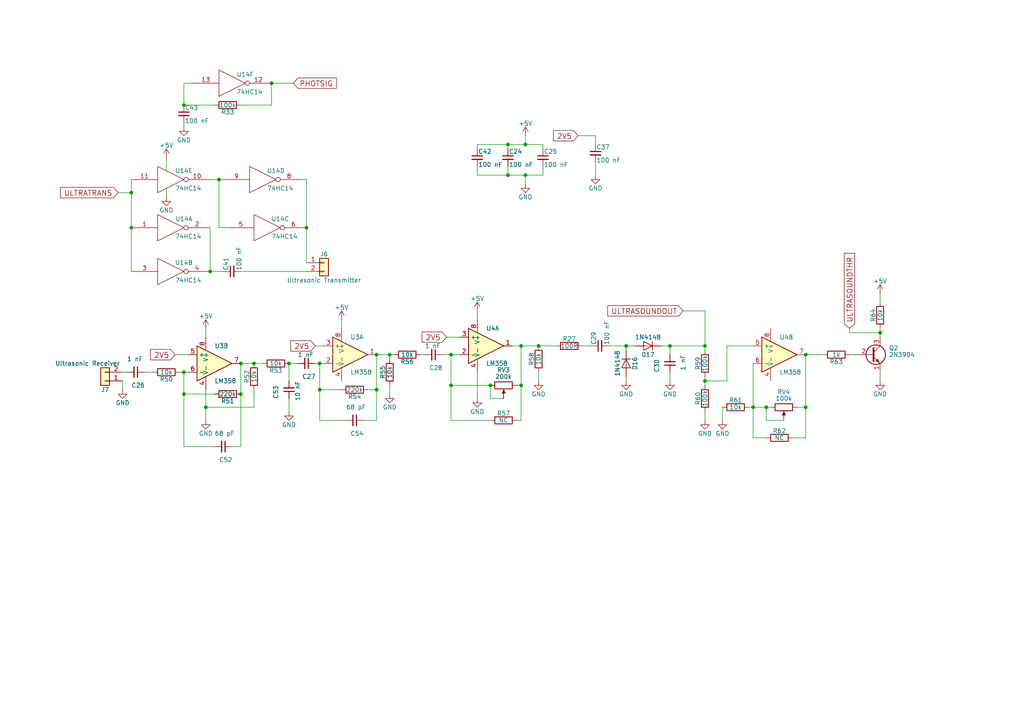
<source format=kicad_sch>
(kicad_sch (version 20230121) (generator eeschema)
  (paper "A4")
  (lib_symbols
    (symbol "ControlBoard-rescue:+5V" (power) (pin_names (offset 0))
      (property "Value" "+5V" (at 0 3.556 0))
      (symbol "+5V_0_1"
        (polyline (pts (xy -0.762 1.27) (xy 0 2.54)))
        (polyline (pts (xy 0 0) (xy 0 2.54)))
        (polyline (pts (xy 0 2.54) (xy 0.762 1.27)))
      )
      (symbol "+5V_1_1"
        (pin power_in line (at 0 0 90) (length 0) hide (name "+5V") (number "1"))
      )
    )
    (symbol "ControlBoard-rescue:2N3904" (pin_names (offset 0) hide)
      (property "Reference" "Q" (at 5.08 1.905 0))
      (property "Value" "2N3904" (at 5.08 0 0))
      (symbol "2N3904_0_1"
        (polyline (pts (xy 0.635 0.635) (xy 2.54 2.54)))
        (polyline (pts (xy 0.635 -0.635) (xy 2.54 -2.54) (xy 2.54 -2.54)))
        (polyline (pts (xy 0.635 1.905) (xy 0.635 -1.905) (xy 0.635 -1.905)) (stroke (width 0.508)))
        (polyline (pts (xy 1.27 -1.778) (xy 1.778 -1.27) (xy 2.286 -2.286) (xy 1.27 -1.778) (xy 1.27 -1.778)) (fill (type outline)))
        (circle (center 1.27 0) (radius 2.8194) (stroke (width 0.254)))
      )
      (symbol "2N3904_1_1"
        (pin passive line (at 2.54 -5.08 90) (length 2.54) (name "E") (number "1"))
        (pin passive line (at -5.08 0 0) (length 5.715) (name "B") (number "2"))
        (pin passive line (at 2.54 5.08 270) (length 2.54) (name "C") (number "3"))
      )
    )
    (symbol "ControlBoard-rescue:74HC14" (pin_names (offset 0.762))
      (property "Reference" "U" (at 3.81 2.54 0))
      (property "Value" "74HC14" (at 5.08 -2.54 0))
      (symbol "74HC14_0_0"
        (polyline (pts (xy -3.81 3.81) (xy -3.81 -3.81) (xy 3.81 0) (xy -3.81 3.81)))
        (pin power_in line (at -1.27 2.54 270) (length 0) hide (name "VCC") (number "14"))
        (pin power_in line (at -1.27 -2.54 90) (length 0) hide (name "GND") (number "7"))
      )
      (symbol "74HC14_1_1"
        (pin input line (at -11.43 0 0) (length 7.62) (name "~") (number "1"))
        (pin output inverted (at 11.43 0 180) (length 7.62) (name "~") (number "2"))
      )
      (symbol "74HC14_1_2"
        (pin input inverted (at -11.43 0 0) (length 7.62) (name "~") (number "1"))
        (pin output line (at 11.43 0 180) (length 7.62) (name "~") (number "2"))
      )
      (symbol "74HC14_2_1"
        (pin input line (at -11.43 0 0) (length 7.62) (name "~") (number "3"))
        (pin output inverted (at 11.43 0 180) (length 7.62) (name "~") (number "4"))
      )
      (symbol "74HC14_2_2"
        (pin input inverted (at -11.43 0 0) (length 7.62) (name "~") (number "3"))
        (pin output line (at 11.43 0 180) (length 7.62) (name "~") (number "4"))
      )
      (symbol "74HC14_3_1"
        (pin input line (at -11.43 0 0) (length 7.62) (name "~") (number "5"))
        (pin output inverted (at 11.43 0 180) (length 7.62) (name "~") (number "6"))
      )
      (symbol "74HC14_3_2"
        (pin input inverted (at -11.43 0 0) (length 7.62) (name "~") (number "5"))
        (pin output line (at 11.43 0 180) (length 7.62) (name "~") (number "6"))
      )
      (symbol "74HC14_4_1"
        (pin output inverted (at 11.43 0 180) (length 7.62) (name "~") (number "8"))
        (pin input line (at -11.43 0 0) (length 7.62) (name "~") (number "9"))
      )
      (symbol "74HC14_4_2"
        (pin output line (at 11.43 0 180) (length 7.62) (name "~") (number "8"))
        (pin input inverted (at -11.43 0 0) (length 7.62) (name "~") (number "9"))
      )
      (symbol "74HC14_5_1"
        (pin output inverted (at 11.43 0 180) (length 7.62) (name "~") (number "10"))
        (pin input line (at -11.43 0 0) (length 7.62) (name "~") (number "11"))
      )
      (symbol "74HC14_5_2"
        (pin output line (at 11.43 0 180) (length 7.62) (name "~") (number "10"))
        (pin input inverted (at -11.43 0 0) (length 7.62) (name "~") (number "11"))
      )
      (symbol "74HC14_6_1"
        (pin output inverted (at 11.43 0 180) (length 7.62) (name "~") (number "12"))
        (pin input line (at -11.43 0 0) (length 7.62) (name "~") (number "13"))
      )
      (symbol "74HC14_6_2"
        (pin output line (at 11.43 0 180) (length 7.62) (name "~") (number "12"))
        (pin input inverted (at -11.43 0 0) (length 7.62) (name "~") (number "13"))
      )
    )
    (symbol "ControlBoard-rescue:C_Small" (pin_numbers hide) (pin_names (offset 0.254) hide)
      (property "Reference" "C" (at 0.254 1.778 0))
      (property "Value" "C_Small" (at 0.254 -2.032 0))
      (symbol "C_Small_0_1"
        (polyline (pts (xy -1.524 -0.508) (xy 1.524 -0.508)) (stroke (width 0.3302)))
        (polyline (pts (xy -1.524 0.508) (xy 1.524 0.508)) (stroke (width 0.3048)))
      )
      (symbol "C_Small_1_1"
        (pin passive line (at 0 2.54 270) (length 2.032) (name "~") (number "1"))
        (pin passive line (at 0 -2.54 90) (length 2.032) (name "~") (number "2"))
      )
    )
    (symbol "ControlBoard-rescue:Conn_01x02" (pin_names (offset 1.016) hide)
      (property "Reference" "J" (at 0 2.54 0))
      (property "Value" "Conn_01x02" (at 0 -5.08 0))
      (symbol "Conn_01x02_1_1"
        (rectangle (start -1.27 -2.413) (end 0 -2.667) (stroke (width 0.1524)))
        (rectangle (start -1.27 0.127) (end 0 -0.127) (stroke (width 0.1524)))
        (rectangle (start -1.27 1.27) (end 1.27 -3.81) (stroke (width 0.254)) (fill (type background)))
        (pin passive line (at -5.08 0 0) (length 3.81) (name "Pin_1") (number "1"))
        (pin passive line (at -5.08 -2.54 0) (length 3.81) (name "Pin_2") (number "2"))
      )
    )
    (symbol "ControlBoard-rescue:D" (pin_numbers hide) (pin_names (offset 1.016) hide)
      (property "Reference" "D" (at 0 2.54 0))
      (property "Value" "D" (at 0 -2.54 0))
      (symbol "D_0_1"
        (polyline (pts (xy -1.27 1.27) (xy -1.27 -1.27)) (stroke (width 0.2032)))
        (polyline (pts (xy 1.27 0) (xy -1.27 0)))
        (polyline (pts (xy 1.27 1.27) (xy 1.27 -1.27) (xy -1.27 0) (xy 1.27 1.27)) (stroke (width 0.2032)))
      )
      (symbol "D_1_1"
        (pin passive line (at -3.81 0 0) (length 2.54) (name "K") (number "1"))
        (pin passive line (at 3.81 0 180) (length 2.54) (name "A") (number "2"))
      )
    )
    (symbol "ControlBoard-rescue:GND" (power) (pin_names (offset 0))
      (property "Value" "GND" (at 0 -3.81 0))
      (symbol "GND_0_1"
        (polyline (pts (xy 0 0) (xy 0 -1.27) (xy 1.27 -1.27) (xy 0 -2.54) (xy -1.27 -1.27) (xy 0 -1.27)))
      )
      (symbol "GND_1_1"
        (pin power_in line (at 0 0 270) (length 0) hide (name "GND") (number "1"))
      )
    )
    (symbol "ControlBoard-rescue:LM358"
      (property "Reference" "U" (at 0 5.08 0))
      (property "Value" "LM358" (at 0 -5.08 0))
      (symbol "LM358_0_1"
        (polyline (pts (xy -5.08 5.08) (xy 5.08 0) (xy -5.08 -5.08) (xy -5.08 5.08)) (stroke (width 0.254)) (fill (type background)))
        (pin power_in line (at -2.54 -7.62 90) (length 3.81) (name "V-") (number "4"))
        (pin power_in line (at -2.54 7.62 270) (length 3.81) (name "V+") (number "8"))
      )
      (symbol "LM358_1_1"
        (pin output line (at 7.62 0 180) (length 2.54) (name "~") (number "1"))
        (pin input line (at -7.62 -2.54 0) (length 2.54) (name "-") (number "2"))
        (pin input line (at -7.62 2.54 0) (length 2.54) (name "+") (number "3"))
      )
      (symbol "LM358_2_1"
        (pin input line (at -7.62 2.54 0) (length 2.54) (name "+") (number "5"))
        (pin input line (at -7.62 -2.54 0) (length 2.54) (name "-") (number "6"))
        (pin output line (at 7.62 0 180) (length 2.54) (name "~") (number "7"))
      )
    )
    (symbol "ControlBoard-rescue:POT" (pin_numbers hide) (pin_names (offset 1.016) hide)
      (property "Reference" "RV" (at -4.445 0 90))
      (property "Value" "POT" (at -2.54 0 90))
      (symbol "POT_0_1"
        (polyline (pts (xy 2.54 0) (xy 1.524 0)))
        (polyline (pts (xy 1.143 0) (xy 2.286 0.508) (xy 2.286 -0.508)) (fill (type outline)))
        (rectangle (start 1.016 2.54) (end -1.016 -2.54) (stroke (width 0.254)))
      )
      (symbol "POT_1_1"
        (pin passive line (at 0 3.81 270) (length 1.27) (name "1") (number "1"))
        (pin passive line (at 3.81 0 180) (length 1.27) (name "2") (number "2"))
        (pin passive line (at 0 -3.81 90) (length 1.27) (name "3") (number "3"))
      )
    )
    (symbol "ControlBoard-rescue:R" (pin_numbers hide) (pin_names (offset 0))
      (property "Reference" "R" (at 2.032 0 90))
      (property "Value" "R" (at 0 0 90))
      (symbol "R_0_1"
        (rectangle (start -1.016 -2.54) (end 1.016 2.54) (stroke (width 0.254)))
      )
      (symbol "R_1_1"
        (pin passive line (at 0 3.81 270) (length 1.27) (name "~") (number "1"))
        (pin passive line (at 0 -3.81 90) (length 1.27) (name "~") (number "2"))
      )
    )
  )
  (junction (at 83.82 105.41))
  (junction (at 204.47 110.49))
  (junction (at 109.22 102.87))
  (junction (at 109.22 113.03))
  (junction (at 147.32 41.91))
  (junction (at 151.13 111.76))
  (junction (at 222.25 118.11))
  (junction (at 156.21 100.33))
  (junction (at 53.34 114.3))
  (junction (at 130.81 111.76))
  (junction (at 63.5 52.07))
  (junction (at 181.61 100.33))
  (junction (at 78.74 24.13))
  (junction (at 60.96 78.74))
  (junction (at 69.85 105.41))
  (junction (at 92.71 113.03))
  (junction (at 92.71 105.41))
  (junction (at 255.27 96.52))
  (junction (at 113.03 102.87))
  (junction (at 152.4 50.8))
  (junction (at 151.13 100.33))
  (junction (at 233.68 102.87))
  (junction (at 88.9 66.04))
  (junction (at 142.24 111.76))
  (junction (at 147.32 50.8))
  (junction (at 53.34 30.48))
  (junction (at 38.1 66.04))
  (junction (at 59.69 118.11))
  (junction (at 73.66 105.41))
  (junction (at 152.4 41.91))
  (junction (at 233.68 118.11))
  (junction (at 69.85 114.3))
  (junction (at 194.31 100.33))
  (junction (at 204.47 100.33))
  (junction (at 218.44 118.11))
  (junction (at 38.1 55.88))
  (junction (at 53.34 107.95))
  (junction (at 130.81 102.87))
  (wire (pts (xy 152.4 39.37) (xy 152.4 41.91)))
  (wire (pts (xy 63.5 52.07) (xy 64.77 52.07)))
  (wire (pts (xy 41.91 107.95) (xy 44.45 107.95)))
  (wire (pts (xy 176.53 100.33) (xy 181.61 100.33)))
  (wire (pts (xy 217.17 118.11) (xy 218.44 118.11)))
  (wire (pts (xy 53.34 107.95) (xy 53.34 114.3)))
  (wire (pts (xy 218.44 127) (xy 222.25 127)))
  (wire (pts (xy 63.5 66.04) (xy 63.5 52.07)))
  (wire (pts (xy 60.96 78.74) (xy 60.96 66.04)))
  (wire (pts (xy 69.85 129.54) (xy 67.31 129.54)))
  (wire (pts (xy 171.45 100.33) (xy 168.91 100.33)))
  (wire (pts (xy 130.81 102.87) (xy 130.81 111.76)))
  (wire (pts (xy 88.9 52.07) (xy 88.9 66.04)))
  (wire (pts (xy 147.32 48.26) (xy 147.32 50.8)))
  (wire (pts (xy 113.03 114.3) (xy 113.03 111.76)))
  (wire (pts (xy 59.69 118.11) (xy 59.69 121.92)))
  (wire (pts (xy 210.82 110.49) (xy 210.82 100.33)))
  (wire (pts (xy 148.59 100.33) (xy 151.13 100.33)))
  (wire (pts (xy 52.07 107.95) (xy 53.34 107.95)))
  (wire (pts (xy 151.13 111.76) (xy 151.13 121.92)))
  (wire (pts (xy 255.27 85.09) (xy 255.27 87.63)))
  (wire (pts (xy 138.43 50.8) (xy 147.32 50.8)))
  (wire (pts (xy 151.13 100.33) (xy 151.13 111.76)))
  (wire (pts (xy 62.23 114.3) (xy 53.34 114.3)))
  (wire (pts (xy 85.09 24.13) (xy 78.74 24.13)))
  (wire (pts (xy 60.96 52.07) (xy 63.5 52.07)))
  (wire (pts (xy 109.22 113.03) (xy 106.68 113.03)))
  (wire (pts (xy 36.83 107.95) (xy 35.56 107.95)))
  (wire (pts (xy 222.25 118.11) (xy 223.52 118.11)))
  (wire (pts (xy 83.82 105.41) (xy 86.36 105.41)))
  (wire (pts (xy 210.82 100.33) (xy 218.44 100.33)))
  (wire (pts (xy 204.47 109.22) (xy 204.47 110.49)))
  (wire (pts (xy 130.81 102.87) (xy 133.35 102.87)))
  (wire (pts (xy 191.77 100.33) (xy 194.31 100.33)))
  (wire (pts (xy 204.47 90.17) (xy 204.47 100.33)))
  (wire (pts (xy 233.68 118.11) (xy 233.68 127)))
  (wire (pts (xy 194.31 110.49) (xy 194.31 107.95)))
  (wire (pts (xy 60.96 78.74) (xy 64.77 78.74)))
  (wire (pts (xy 59.69 113.03) (xy 59.69 118.11)))
  (wire (pts (xy 88.9 52.07) (xy 87.63 52.07)))
  (wire (pts (xy 152.4 41.91) (xy 157.48 41.91)))
  (wire (pts (xy 152.4 53.34) (xy 152.4 50.8)))
  (wire (pts (xy 227.33 121.92) (xy 222.25 121.92)))
  (wire (pts (xy 247.65 102.87) (xy 246.38 102.87)))
  (wire (pts (xy 147.32 41.91) (xy 147.32 43.18)))
  (wire (pts (xy 88.9 66.04) (xy 88.9 76.2)))
  (wire (pts (xy 238.76 102.87) (xy 233.68 102.87)))
  (wire (pts (xy 73.66 118.11) (xy 59.69 118.11)))
  (wire (pts (xy 255.27 96.52) (xy 246.38 96.52)))
  (wire (pts (xy 92.71 105.41) (xy 92.71 113.03)))
  (wire (pts (xy 151.13 111.76) (xy 149.86 111.76)))
  (wire (pts (xy 172.72 41.91) (xy 172.72 39.37)))
  (wire (pts (xy 69.85 105.41) (xy 69.85 114.3)))
  (wire (pts (xy 138.43 107.95) (xy 138.43 115.57)))
  (wire (pts (xy 204.47 110.49) (xy 210.82 110.49)))
  (wire (pts (xy 73.66 113.03) (xy 73.66 118.11)))
  (wire (pts (xy 99.06 92.71) (xy 99.06 95.25)))
  (wire (pts (xy 151.13 121.92) (xy 149.86 121.92)))
  (wire (pts (xy 59.69 97.79) (xy 59.69 95.25)))
  (wire (pts (xy 138.43 41.91) (xy 147.32 41.91)))
  (wire (pts (xy 204.47 100.33) (xy 204.47 101.6)))
  (wire (pts (xy 91.44 100.33) (xy 93.98 100.33)))
  (wire (pts (xy 172.72 39.37) (xy 167.64 39.37)))
  (wire (pts (xy 113.03 102.87) (xy 114.3 102.87)))
  (wire (pts (xy 142.24 115.57) (xy 142.24 111.76)))
  (wire (pts (xy 128.27 102.87) (xy 130.81 102.87)))
  (wire (pts (xy 130.81 111.76) (xy 130.81 121.92)))
  (wire (pts (xy 92.71 105.41) (xy 93.98 105.41)))
  (wire (pts (xy 48.26 54.61) (xy 48.26 57.15)))
  (wire (pts (xy 233.68 118.11) (xy 231.14 118.11)))
  (wire (pts (xy 109.22 102.87) (xy 113.03 102.87)))
  (wire (pts (xy 255.27 110.49) (xy 255.27 107.95)))
  (wire (pts (xy 138.43 90.17) (xy 138.43 92.71)))
  (wire (pts (xy 35.56 113.03) (xy 35.56 110.49)))
  (wire (pts (xy 109.22 121.92) (xy 105.41 121.92)))
  (wire (pts (xy 133.35 97.79) (xy 129.54 97.79)))
  (wire (pts (xy 69.85 114.3) (xy 69.85 129.54)))
  (wire (pts (xy 130.81 121.92) (xy 142.24 121.92)))
  (wire (pts (xy 147.32 41.91) (xy 152.4 41.91)))
  (wire (pts (xy 53.34 107.95) (xy 54.61 107.95)))
  (wire (pts (xy 78.74 24.13) (xy 78.74 30.48)))
  (wire (pts (xy 204.47 119.38) (xy 204.47 121.92)))
  (wire (pts (xy 147.32 50.8) (xy 152.4 50.8)))
  (wire (pts (xy 92.71 113.03) (xy 92.71 121.92)))
  (wire (pts (xy 63.5 66.04) (xy 66.04 66.04)))
  (wire (pts (xy 83.82 110.49) (xy 83.82 105.41)))
  (wire (pts (xy 156.21 110.49) (xy 156.21 107.95)))
  (wire (pts (xy 209.55 121.92) (xy 209.55 118.11)))
  (wire (pts (xy 88.9 78.74) (xy 69.85 78.74)))
  (wire (pts (xy 53.34 30.48) (xy 53.34 24.13)))
  (wire (pts (xy 218.44 118.11) (xy 222.25 118.11)))
  (wire (pts (xy 157.48 41.91) (xy 157.48 43.18)))
  (wire (pts (xy 194.31 100.33) (xy 204.47 100.33)))
  (wire (pts (xy 38.1 66.04) (xy 38.1 78.74)))
  (wire (pts (xy 53.34 114.3) (xy 53.34 129.54)))
  (wire (pts (xy 156.21 100.33) (xy 161.29 100.33)))
  (wire (pts (xy 222.25 121.92) (xy 222.25 118.11)))
  (wire (pts (xy 198.12 90.17) (xy 204.47 90.17)))
  (wire (pts (xy 218.44 105.41) (xy 218.44 118.11)))
  (wire (pts (xy 255.27 96.52) (xy 255.27 97.79)))
  (wire (pts (xy 181.61 110.49) (xy 181.61 109.22)))
  (wire (pts (xy 152.4 50.8) (xy 157.48 50.8)))
  (wire (pts (xy 246.38 96.52) (xy 246.38 95.25)))
  (wire (pts (xy 53.34 129.54) (xy 62.23 129.54)))
  (wire (pts (xy 109.22 102.87) (xy 109.22 113.03)))
  (wire (pts (xy 157.48 50.8) (xy 157.48 48.26)))
  (wire (pts (xy 73.66 105.41) (xy 76.2 105.41)))
  (wire (pts (xy 181.61 100.33) (xy 184.15 100.33)))
  (wire (pts (xy 38.1 55.88) (xy 38.1 66.04)))
  (wire (pts (xy 38.1 55.88) (xy 34.29 55.88)))
  (wire (pts (xy 38.1 52.07) (xy 38.1 55.88)))
  (wire (pts (xy 69.85 105.41) (xy 73.66 105.41)))
  (wire (pts (xy 92.71 121.92) (xy 100.33 121.92)))
  (wire (pts (xy 181.61 100.33) (xy 181.61 101.6)))
  (wire (pts (xy 138.43 43.18) (xy 138.43 41.91)))
  (wire (pts (xy 83.82 119.38) (xy 83.82 115.57)))
  (wire (pts (xy 218.44 118.11) (xy 218.44 127)))
  (wire (pts (xy 109.22 113.03) (xy 109.22 121.92)))
  (wire (pts (xy 123.19 102.87) (xy 121.92 102.87)))
  (wire (pts (xy 255.27 95.25) (xy 255.27 96.52)))
  (wire (pts (xy 233.68 127) (xy 229.87 127)))
  (wire (pts (xy 194.31 100.33) (xy 194.31 102.87)))
  (wire (pts (xy 146.05 115.57) (xy 142.24 115.57)))
  (wire (pts (xy 142.24 111.76) (xy 130.81 111.76)))
  (wire (pts (xy 138.43 48.26) (xy 138.43 50.8)))
  (wire (pts (xy 172.72 50.8) (xy 172.72 46.99)))
  (wire (pts (xy 53.34 24.13) (xy 55.88 24.13)))
  (wire (pts (xy 78.74 30.48) (xy 69.85 30.48)))
  (wire (pts (xy 204.47 110.49) (xy 204.47 111.76)))
  (wire (pts (xy 50.8 102.87) (xy 54.61 102.87)))
  (wire (pts (xy 48.26 45.72) (xy 48.26 49.53)))
  (wire (pts (xy 62.23 30.48) (xy 53.34 30.48)))
  (wire (pts (xy 233.68 102.87) (xy 233.68 118.11)))
  (wire (pts (xy 53.34 36.83) (xy 53.34 35.56)))
  (wire (pts (xy 91.44 105.41) (xy 92.71 105.41)))
  (wire (pts (xy 92.71 113.03) (xy 99.06 113.03)))
  (wire (pts (xy 151.13 100.33) (xy 156.21 100.33)))
  (wire (pts (xy 113.03 104.14) (xy 113.03 102.87)))
  (global_label "2V5" (shape input) (at 50.8 102.87 180) (effects (font (size 1.524 1.524))) (property "Intersheetrefs" "${INTERSHEET_REFS}" (effects hide)))
  (global_label "ULTRATRANS" (shape input) (at 34.29 55.88 180) (effects (font (size 1.524 1.524))) (property "Intersheetrefs" "${INTERSHEET_REFS}" (effects hide)))
  (global_label "2V5" (shape input) (at 167.64 39.37 180) (effects (font (size 1.524 1.524))) (property "Intersheetrefs" "${INTERSHEET_REFS}" (effects hide)))
  (global_label "2V5" (shape input) (at 91.44 100.33 180) (effects (font (size 1.524 1.524))) (property "Intersheetrefs" "${INTERSHEET_REFS}" (effects hide)))
  (global_label "ULTRASOUNDTHR" (shape input) (at 246.38 95.25 90) (effects (font (size 1.524 1.524))) (property "Intersheetrefs" "${INTERSHEET_REFS}" (effects hide)))
  (global_label "PHOTSIG" (shape input) (at 85.09 24.13 0) (effects (font (size 1.524 1.524))) (property "Intersheetrefs" "${INTERSHEET_REFS}" (effects hide)))
  (global_label "ULTRASOUNDOUT" (shape input) (at 198.12 90.17 180) (effects (font (size 1.524 1.524))) (property "Intersheetrefs" "${INTERSHEET_REFS}" (effects hide)))
  (global_label "2V5" (shape input) (at 129.54 97.79 180) (effects (font (size 1.524 1.524))) (property "Intersheetrefs" "${INTERSHEET_REFS}" (effects hide)))
  (symbol (lib_id "ControlBoard-rescue:C_Small") (at 172.72 44.45 0) (unit 1)
    (property "Reference" "C37" (at 172.974 42.672 0) (effects (justify left)))
    (property "Value" "100 nF" (at 172.974 46.482 0) (effects (justify left)))
    (property "Footprint" "Capacitors_THT:C_Disc_D5.0mm_W2.5mm_P2.50mm" (effects hide))
  )
  (symbol (lib_id "ControlBoard-rescue:GND") (at 172.72 50.8 0) (unit 1)
    (property "Reference" "#PWR0106" (effects hide))
    (property "Value" "GND" (at 172.72 54.61 0))
  )
  (symbol (lib_id "ControlBoard-rescue:R") (at 165.1 100.33 90) (unit 1)
    (property "Reference" "R27" (at 165.1 98.298 90))
    (property "Value" "100R" (at 165.1 100.33 90))
    (property "Footprint" "Resistors_THT:R_Axial_DIN0207_L6.3mm_D2.5mm_P7.62mm_Horizontal" (effects hide))
  )
  (symbol (lib_id "ControlBoard-rescue:Conn_01x02") (at 93.98 76.2 0) (unit 1)
    (property "Reference" "J6" (at 93.98 73.66 0))
    (property "Value" "Ultrasonic Transmitter" (at 93.98 81.28 0))
    (property "Footprint" "Connectors_Terminal_Blocks:TerminalBlock_bornier-2_P5.08mm" (effects hide))
  )
  (symbol (lib_id "ControlBoard-rescue:Conn_01x02") (at 30.48 110.49 180) (unit 1)
    (property "Reference" "J7" (at 30.48 113.03 0))
    (property "Value" "Ultrasonic Receiver" (at 25.4 105.41 0))
    (property "Footprint" "Connectors_Terminal_Blocks:TerminalBlock_bornier-2_P5.08mm" (effects hide))
  )
  (symbol (lib_id "ControlBoard-rescue:LM358") (at 62.23 105.41 0) (unit 2)
    (property "Reference" "U3" (at 62.23 100.33 0) (effects (justify left)))
    (property "Value" "LM358" (at 62.23 110.49 0) (effects (justify left)))
    (property "Footprint" "Housings_DIP:DIP-8_W7.62mm_Socket" (effects hide))
  )
  (symbol (lib_id "ControlBoard-rescue:+5V") (at 59.69 95.25 0) (unit 1)
    (property "Reference" "#PWR096" (effects hide))
    (property "Value" "+5V" (at 59.69 91.694 0))
  )
  (symbol (lib_id "ControlBoard-rescue:GND") (at 59.69 121.92 0) (unit 1)
    (property "Reference" "#PWR097" (effects hide))
    (property "Value" "GND" (at 59.69 125.73 0))
  )
  (symbol (lib_id "ControlBoard-rescue:C_Small") (at 147.32 45.72 0) (unit 1)
    (property "Reference" "C24" (at 147.574 43.942 0) (effects (justify left)))
    (property "Value" "100 nF" (at 147.574 47.752 0) (effects (justify left)))
    (property "Footprint" "Capacitors_THT:C_Disc_D5.0mm_W2.5mm_P2.50mm" (effects hide))
  )
  (symbol (lib_id "ControlBoard-rescue:GND") (at 35.56 113.03 0) (unit 1)
    (property "Reference" "#PWR092" (effects hide))
    (property "Value" "GND" (at 35.56 116.84 0))
  )
  (symbol (lib_id "ControlBoard-rescue:C_Small") (at 39.37 107.95 270) (unit 1)
    (property "Reference" "C26" (at 38.1 111.76 90) (effects (justify left)))
    (property "Value" "1 nF" (at 36.83 104.14 90) (effects (justify left)))
    (property "Footprint" "Capacitors_THT:C_Disc_D5.0mm_W2.5mm_P5.00mm" (effects hide))
  )
  (symbol (lib_id "ControlBoard-rescue:R") (at 48.26 107.95 270) (unit 1)
    (property "Reference" "R50" (at 48.26 109.982 90))
    (property "Value" "10k" (at 48.26 107.95 90))
    (property "Footprint" "Resistors_THT:R_Axial_DIN0207_L6.3mm_D2.5mm_P7.62mm_Horizontal" (effects hide))
  )
  (symbol (lib_id "ControlBoard-rescue:R") (at 66.04 114.3 270) (unit 1)
    (property "Reference" "R51" (at 66.04 116.332 90))
    (property "Value" "220k" (at 66.04 114.3 90))
    (property "Footprint" "Resistors_THT:R_Axial_DIN0207_L6.3mm_D2.5mm_P7.62mm_Horizontal" (effects hide))
  )
  (symbol (lib_id "ControlBoard-rescue:C_Small") (at 157.48 45.72 0) (unit 1)
    (property "Reference" "C25" (at 157.734 43.942 0) (effects (justify left)))
    (property "Value" "100 nF" (at 157.734 47.752 0) (effects (justify left)))
    (property "Footprint" "Capacitors_THT:C_Disc_D5.0mm_W2.5mm_P2.50mm" (effects hide))
  )
  (symbol (lib_id "ControlBoard-rescue:+5V") (at 152.4 39.37 0) (unit 1)
    (property "Reference" "#PWR0103" (effects hide))
    (property "Value" "+5V" (at 152.4 35.814 0))
  )
  (symbol (lib_id "ControlBoard-rescue:GND") (at 152.4 53.34 0) (unit 1)
    (property "Reference" "#PWR0104" (effects hide))
    (property "Value" "GND" (at 152.4 57.15 0))
  )
  (symbol (lib_id "ControlBoard-rescue:LM358") (at 101.6 102.87 0) (unit 1)
    (property "Reference" "U3" (at 101.6 97.79 0) (effects (justify left)))
    (property "Value" "LM358" (at 101.6 107.95 0) (effects (justify left)))
    (property "Footprint" "Housings_DIP:DIP-8_W7.62mm_Socket" (effects hide))
  )
  (symbol (lib_id "ControlBoard-rescue:R") (at 73.66 109.22 180) (unit 1)
    (property "Reference" "R52" (at 71.628 109.22 90))
    (property "Value" "10k" (at 73.66 109.22 90))
    (property "Footprint" "Resistors_THT:R_Axial_DIN0207_L6.3mm_D2.5mm_P7.62mm_Horizontal" (effects hide))
  )
  (symbol (lib_id "ControlBoard-rescue:C_Small") (at 88.9 105.41 270) (unit 1)
    (property "Reference" "C27" (at 87.63 109.22 90) (effects (justify left)))
    (property "Value" "1 nF" (at 86.36 102.87 90) (effects (justify left)))
    (property "Footprint" "Capacitors_THT:C_Disc_D5.0mm_W2.5mm_P5.00mm" (effects hide))
  )
  (symbol (lib_id "ControlBoard-rescue:R") (at 80.01 105.41 270) (unit 1)
    (property "Reference" "R53" (at 80.01 107.442 90))
    (property "Value" "10k" (at 80.01 105.41 90))
    (property "Footprint" "Resistors_THT:R_Axial_DIN0207_L6.3mm_D2.5mm_P7.62mm_Horizontal" (effects hide))
  )
  (symbol (lib_id "ControlBoard-rescue:+5V") (at 99.06 92.71 0) (unit 1)
    (property "Reference" "#PWR099" (effects hide))
    (property "Value" "+5V" (at 99.06 89.154 0))
  )
  (symbol (lib_id "ControlBoard-rescue:R") (at 102.87 113.03 270) (unit 1)
    (property "Reference" "R54" (at 102.87 115.062 90))
    (property "Value" "220k" (at 102.87 113.03 90))
    (property "Footprint" "Resistors_THT:R_Axial_DIN0207_L6.3mm_D2.5mm_P7.62mm_Horizontal" (effects hide))
  )
  (symbol (lib_id "ControlBoard-rescue:LM358") (at 140.97 100.33 0) (unit 1)
    (property "Reference" "U4" (at 140.97 95.25 0) (effects (justify left)))
    (property "Value" "LM358" (at 140.97 105.41 0) (effects (justify left)))
    (property "Footprint" "Housings_DIP:DIP-8_W7.62mm_Socket" (effects hide))
  )
  (symbol (lib_id "ControlBoard-rescue:+5V") (at 138.43 90.17 0) (unit 1)
    (property "Reference" "#PWR0101" (effects hide))
    (property "Value" "+5V" (at 138.43 86.614 0))
  )
  (symbol (lib_id "ControlBoard-rescue:C_Small") (at 125.73 102.87 270) (unit 1)
    (property "Reference" "C28" (at 124.46 106.68 90) (effects (justify left)))
    (property "Value" "1 nF" (at 123.19 100.33 90) (effects (justify left)))
    (property "Footprint" "Capacitors_THT:C_Disc_D5.0mm_W2.5mm_P5.00mm" (effects hide))
  )
  (symbol (lib_id "ControlBoard-rescue:R") (at 118.11 102.87 270) (unit 1)
    (property "Reference" "R56" (at 118.11 104.902 90))
    (property "Value" "10k" (at 118.11 102.87 90))
    (property "Footprint" "Resistors_THT:R_Axial_DIN0207_L6.3mm_D2.5mm_P7.62mm_Horizontal" (effects hide))
  )
  (symbol (lib_id "ControlBoard-rescue:POT") (at 146.05 111.76 270) (unit 1)
    (property "Reference" "RV3" (at 146.05 107.315 90))
    (property "Value" "200k" (at 146.05 109.22 90))
    (property "Footprint" "Potentiometers:Potentiometer_Trimmer_Bourns_3296W" (effects hide))
  )
  (symbol (lib_id "ControlBoard-rescue:GND") (at 138.43 115.57 0) (unit 1)
    (property "Reference" "#PWR0102" (effects hide))
    (property "Value" "GND" (at 138.43 119.38 0))
  )
  (symbol (lib_id "ControlBoard-rescue:R") (at 113.03 107.95 180) (unit 1)
    (property "Reference" "R55" (at 110.998 107.95 90))
    (property "Value" "10k" (at 113.03 107.95 90))
    (property "Footprint" "Resistors_THT:R_Axial_DIN0207_L6.3mm_D2.5mm_P7.62mm_Horizontal" (effects hide))
  )
  (symbol (lib_id "ControlBoard-rescue:GND") (at 113.03 114.3 0) (unit 1)
    (property "Reference" "#PWR0100" (effects hide))
    (property "Value" "GND" (at 113.03 118.11 0))
  )
  (symbol (lib_id "ControlBoard-rescue:R") (at 156.21 104.14 180) (unit 1)
    (property "Reference" "R58" (at 154.178 104.14 90))
    (property "Value" "10k" (at 156.21 104.14 90))
    (property "Footprint" "Resistors_THT:R_Axial_DIN0207_L6.3mm_D2.5mm_P7.62mm_Horizontal" (effects hide))
  )
  (symbol (lib_id "ControlBoard-rescue:GND") (at 156.21 110.49 0) (unit 1)
    (property "Reference" "#PWR0105" (effects hide))
    (property "Value" "GND" (at 156.21 114.3 0))
  )
  (symbol (lib_id "ControlBoard-rescue:C_Small") (at 173.99 100.33 90) (unit 1)
    (property "Reference" "C29" (at 172.212 100.076 0) (effects (justify left)))
    (property "Value" "100 nF" (at 176.022 100.076 0) (effects (justify left)))
    (property "Footprint" "Capacitors_THT:C_Disc_D5.0mm_W2.5mm_P2.50mm" (effects hide))
  )
  (symbol (lib_id "ControlBoard-rescue:D") (at 181.61 105.41 270) (unit 1)
    (property "Reference" "D16" (at 184.15 105.41 0))
    (property "Value" "1N4148" (at 179.07 105.41 0))
    (property "Footprint" "Diodes_THT:D_DO-41_SOD81_P7.62mm_Horizontal" (effects hide))
  )
  (symbol (lib_id "ControlBoard-rescue:GND") (at 181.61 110.49 0) (unit 1)
    (property "Reference" "#PWR0107" (effects hide))
    (property "Value" "GND" (at 181.61 114.3 0))
  )
  (symbol (lib_id "ControlBoard-rescue:D") (at 187.96 100.33 180) (unit 1)
    (property "Reference" "D17" (at 187.96 102.87 0))
    (property "Value" "1N4148" (at 187.96 97.79 0))
    (property "Footprint" "Diodes_THT:D_DO-41_SOD81_P7.62mm_Horizontal" (effects hide))
  )
  (symbol (lib_id "ControlBoard-rescue:C_Small") (at 194.31 105.41 180) (unit 1)
    (property "Reference" "C30" (at 190.5 104.14 90) (effects (justify left)))
    (property "Value" "1 nF" (at 198.12 102.87 90) (effects (justify left)))
    (property "Footprint" "Capacitors_THT:C_Disc_D5.0mm_W2.5mm_P5.00mm" (effects hide))
  )
  (symbol (lib_id "ControlBoard-rescue:GND") (at 194.31 110.49 0) (unit 1)
    (property "Reference" "#PWR0108" (effects hide))
    (property "Value" "GND" (at 194.31 114.3 0))
  )
  (symbol (lib_id "ControlBoard-rescue:R") (at 204.47 105.41 180) (unit 1)
    (property "Reference" "R59" (at 202.438 105.41 90))
    (property "Value" "100k" (at 204.47 105.41 90))
    (property "Footprint" "Resistors_THT:R_Axial_DIN0207_L6.3mm_D2.5mm_P7.62mm_Horizontal" (effects hide))
  )
  (symbol (lib_id "ControlBoard-rescue:GND") (at 204.47 121.92 0) (unit 1)
    (property "Reference" "#PWR0109" (effects hide))
    (property "Value" "GND" (at 204.47 125.73 0))
  )
  (symbol (lib_id "ControlBoard-rescue:LM358") (at 226.06 102.87 0) (unit 2)
    (property "Reference" "U4" (at 226.06 97.79 0) (effects (justify left)))
    (property "Value" "LM358" (at 226.06 107.95 0) (effects (justify left)))
    (property "Footprint" "Housings_DIP:DIP-8_W7.62mm_Socket" (effects hide))
  )
  (symbol (lib_id "ControlBoard-rescue:+5V") (at 48.26 45.72 0) (unit 1)
    (property "Reference" "#PWR093" (effects hide))
    (property "Value" "+5V" (at 48.26 42.164 0))
  )
  (symbol (lib_id "ControlBoard-rescue:C_Small") (at 138.43 45.72 0) (unit 1)
    (property "Reference" "C42" (at 138.684 43.942 0) (effects (justify left)))
    (property "Value" "100 nF" (at 138.684 47.752 0) (effects (justify left)))
    (property "Footprint" "Capacitors_THT:C_Disc_D5.0mm_W2.5mm_P2.50mm" (effects hide))
  )
  (symbol (lib_id "ControlBoard-rescue:GND") (at 48.26 57.15 0) (unit 1)
    (property "Reference" "#PWR094" (effects hide))
    (property "Value" "GND" (at 48.26 60.96 0))
  )
  (symbol (lib_id "ControlBoard-rescue:C_Small") (at 67.31 78.74 90) (unit 1)
    (property "Reference" "C41" (at 65.532 78.486 0) (effects (justify left)))
    (property "Value" "100 nF" (at 69.342 78.486 0) (effects (justify left)))
    (property "Footprint" "Capacitors_THT:C_Disc_D5.0mm_W2.5mm_P2.50mm" (effects hide))
  )
  (symbol (lib_id "ControlBoard-rescue:R") (at 146.05 121.92 90) (unit 1)
    (property "Reference" "R57" (at 146.05 119.888 90))
    (property "Value" "NC" (at 146.05 121.92 90))
    (property "Footprint" "Resistors_THT:R_Axial_DIN0207_L6.3mm_D2.5mm_P7.62mm_Horizontal" (effects hide))
  )
  (symbol (lib_id "ControlBoard-rescue:R") (at 213.36 118.11 90) (unit 1)
    (property "Reference" "R61" (at 213.36 116.078 90))
    (property "Value" "10k" (at 213.36 118.11 90))
    (property "Footprint" "Resistors_THT:R_Axial_DIN0207_L6.3mm_D2.5mm_P7.62mm_Horizontal" (effects hide))
  )
  (symbol (lib_id "ControlBoard-rescue:GND") (at 209.55 121.92 0) (unit 1)
    (property "Reference" "#PWR0110" (effects hide))
    (property "Value" "GND" (at 209.55 125.73 0))
  )
  (symbol (lib_id "ControlBoard-rescue:POT") (at 227.33 118.11 270) (unit 1)
    (property "Reference" "RV4" (at 227.33 113.665 90))
    (property "Value" "100k" (at 227.33 115.57 90))
    (property "Footprint" "Potentiometers:Potentiometer_Trimmer_Bourns_3296W" (effects hide))
  )
  (symbol (lib_id "ControlBoard-rescue:2N3904") (at 252.73 102.87 0) (unit 1)
    (property "Reference" "Q2" (at 257.81 100.965 0) (effects (justify left)))
    (property "Value" "2N3904" (at 257.81 102.87 0) (effects (justify left)))
    (property "Footprint" "TO_SOT_Packages_THT:TO-92_Inline_Wide" (effects hide))
  )
  (symbol (lib_id "ControlBoard-rescue:R") (at 242.57 102.87 270) (unit 1)
    (property "Reference" "R63" (at 242.57 104.902 90))
    (property "Value" "1k" (at 242.57 102.87 90))
    (property "Footprint" "Resistors_THT:R_Axial_DIN0207_L6.3mm_D2.5mm_P7.62mm_Horizontal" (effects hide))
  )
  (symbol (lib_id "ControlBoard-rescue:GND") (at 255.27 110.49 0) (unit 1)
    (property "Reference" "#PWR0112" (effects hide))
    (property "Value" "GND" (at 255.27 114.3 0))
  )
  (symbol (lib_id "ControlBoard-rescue:R") (at 255.27 91.44 180) (unit 1)
    (property "Reference" "R64" (at 253.238 91.44 90))
    (property "Value" "10k" (at 255.27 91.44 90))
    (property "Footprint" "Resistors_THT:R_Axial_DIN0207_L6.3mm_D2.5mm_P7.62mm_Horizontal" (effects hide))
  )
  (symbol (lib_id "ControlBoard-rescue:+5V") (at 255.27 85.09 0) (unit 1)
    (property "Reference" "#PWR0111" (effects hide))
    (property "Value" "+5V" (at 255.27 81.534 0))
  )
  (symbol (lib_id "ControlBoard-rescue:R") (at 226.06 127 90) (unit 1)
    (property "Reference" "R62" (at 226.06 124.968 90))
    (property "Value" "NC" (at 226.06 127 90))
    (property "Footprint" "Resistors_THT:R_Axial_DIN0207_L6.3mm_D2.5mm_P7.62mm_Horizontal" (effects hide))
  )
  (symbol (lib_id "ControlBoard-rescue:R") (at 204.47 115.57 180) (unit 1)
    (property "Reference" "R60" (at 202.438 115.57 90))
    (property "Value" "100k" (at 204.47 115.57 90))
    (property "Footprint" "Resistors_THT:R_Axial_DIN0207_L6.3mm_D2.5mm_P7.62mm_Horizontal" (effects hide))
  )
  (symbol (lib_id "ControlBoard-rescue:74HC14") (at 67.31 24.13 0) (unit 6)
    (property "Reference" "U14" (at 71.12 21.59 0))
    (property "Value" "74HC14" (at 72.39 26.67 0))
    (property "Footprint" "Housings_DIP:DIP-14_W7.62mm_Socket" (effects hide))
  )
  (symbol (lib_id "ControlBoard-rescue:74HC14") (at 49.53 52.07 0) (unit 5)
    (property "Reference" "U14" (at 53.34 49.53 0))
    (property "Value" "74HC14" (at 54.61 54.61 0))
    (property "Footprint" "Housings_DIP:DIP-14_W7.62mm_Socket" (effects hide))
  )
  (symbol (lib_id "ControlBoard-rescue:74HC14") (at 76.2 52.07 0) (unit 4)
    (property "Reference" "U14" (at 80.01 49.53 0))
    (property "Value" "74HC14" (at 81.28 54.61 0))
    (property "Footprint" "Housings_DIP:DIP-14_W7.62mm_Socket" (effects hide))
  )
  (symbol (lib_id "ControlBoard-rescue:74HC14") (at 49.53 66.04 0) (unit 1)
    (property "Reference" "U14" (at 53.34 63.5 0))
    (property "Value" "74HC14" (at 54.61 68.58 0))
    (property "Footprint" "Housings_DIP:DIP-14_W7.62mm_Socket" (effects hide))
  )
  (symbol (lib_id "ControlBoard-rescue:74HC14") (at 77.47 66.04 0) (unit 3)
    (property "Reference" "U14" (at 81.28 63.5 0))
    (property "Value" "74HC14" (at 82.55 68.58 0))
    (property "Footprint" "Housings_DIP:DIP-14_W7.62mm_Socket" (effects hide))
  )
  (symbol (lib_id "ControlBoard-rescue:74HC14") (at 49.53 78.74 0) (unit 2)
    (property "Reference" "U14" (at 53.34 76.2 0))
    (property "Value" "74HC14" (at 54.61 81.28 0))
    (property "Footprint" "Housings_DIP:DIP-14_W7.62mm_Socket" (effects hide))
  )
  (symbol (lib_id "ControlBoard-rescue:GND") (at 53.34 36.83 0) (unit 1)
    (property "Reference" "#PWR095" (effects hide))
    (property "Value" "GND" (at 53.34 40.64 0))
  )
  (symbol (lib_id "ControlBoard-rescue:R") (at 66.04 30.48 270) (unit 1)
    (property "Reference" "R33" (at 66.04 32.512 90))
    (property "Value" "100k" (at 66.04 30.48 90))
    (property "Footprint" "Resistors_THT:R_Axial_DIN0207_L6.3mm_D2.5mm_P7.62mm_Horizontal" (effects hide))
  )
  (symbol (lib_id "ControlBoard-rescue:C_Small") (at 53.34 33.02 0) (unit 1)
    (property "Reference" "C43" (at 53.594 31.242 0) (effects (justify left)))
    (property "Value" "100 nF" (at 53.594 35.052 0) (effects (justify left)))
    (property "Footprint" "Capacitors_THT:C_Disc_D5.0mm_W2.5mm_P2.50mm" (effects hide))
  )
  (symbol (lib_id "ControlBoard-rescue:C_Small") (at 64.77 129.54 270) (unit 1)
    (property "Reference" "C52" (at 63.5 133.35 90) (effects (justify left)))
    (property "Value" "68 pF" (at 62.23 125.73 90) (effects (justify left)))
    (property "Footprint" "Capacitors_THT:C_Disc_D5.0mm_W2.5mm_P5.00mm" (effects hide))
  )
  (symbol (lib_id "ControlBoard-rescue:C_Small") (at 102.87 121.92 270) (unit 1)
    (property "Reference" "C54" (at 101.6 125.73 90) (effects (justify left)))
    (property "Value" "68 pF" (at 100.33 118.11 90) (effects (justify left)))
    (property "Footprint" "Capacitors_THT:C_Disc_D5.0mm_W2.5mm_P5.00mm" (effects hide))
  )
  (symbol (lib_id "ControlBoard-rescue:C_Small") (at 83.82 113.03 180) (unit 1)
    (property "Reference" "C53" (at 80.01 111.76 90) (effects (justify left)))
    (property "Value" "10 nF" (at 86.36 110.49 90) (effects (justify left)))
    (property "Footprint" "Capacitors_THT:C_Disc_D5.0mm_W2.5mm_P5.00mm" (effects hide))
  )
  (symbol (lib_id "ControlBoard-rescue:GND") (at 83.82 119.38 0) (unit 1)
    (property "Reference" "#PWR098" (effects hide))
    (property "Value" "GND" (at 83.82 123.19 0))
  )
)
</source>
